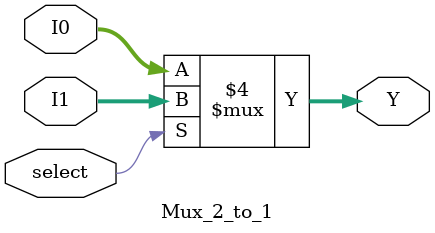
<source format=v>
`timescale 1ns / 1ps


//Behavouiral Modelling
module Mux_2_to_1(
input [7:0]I0,I1,
input select,
output reg [7:0]Y
    );
  always@(select,I0, I1)
  begin
  Y<=8'bxxxxxxxx;
  if(select==1'b1)
  begin
  Y<=I1;
  end
  else
  begin
  Y<=I0;
  end
  end  
    
endmodule
/*
dataflow modelling-
assign Y=select ? I0:I1;


Gate level modelling-
using logical gates

 
*/
</source>
